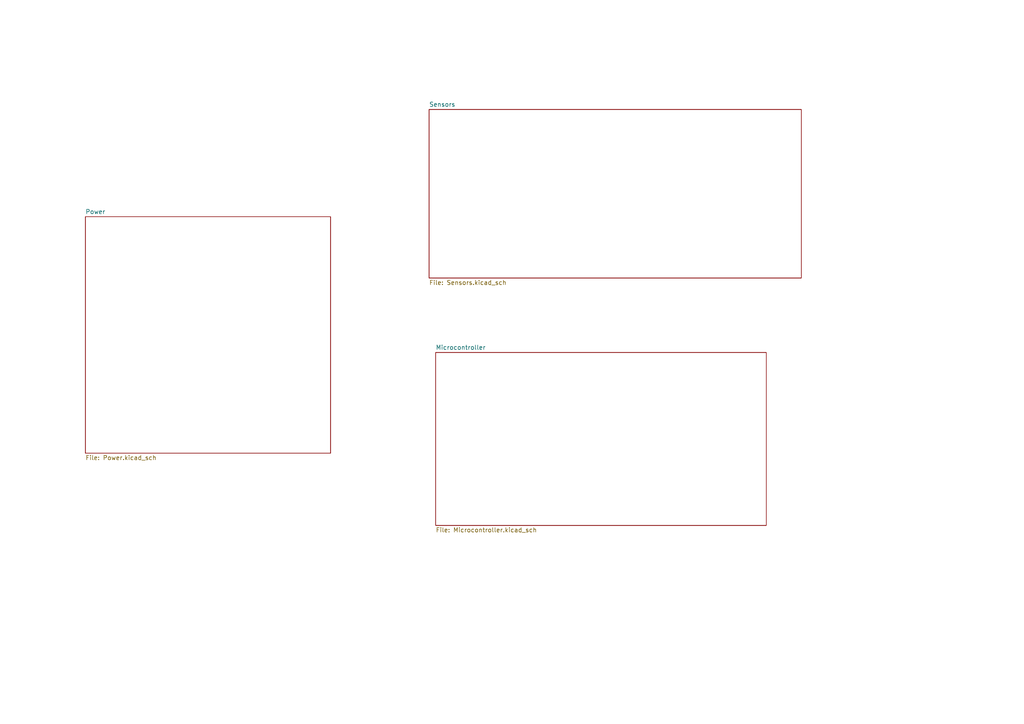
<source format=kicad_sch>
(kicad_sch
	(version 20231120)
	(generator "eeschema")
	(generator_version "8.0")
	(uuid "afe21291-0891-4f3f-8ac9-75a73c3559e3")
	(paper "A4")
	(lib_symbols)
	(sheet
		(at 24.765 62.865)
		(size 71.12 68.58)
		(fields_autoplaced yes)
		(stroke
			(width 0.1524)
			(type solid)
		)
		(fill
			(color 0 0 0 0.0000)
		)
		(uuid "9bca7dbf-dc88-45d1-836c-84faef404a06")
		(property "Sheetname" "Power"
			(at 24.765 62.1534 0)
			(effects
				(font
					(size 1.27 1.27)
				)
				(justify left bottom)
			)
		)
		(property "Sheetfile" "Power.kicad_sch"
			(at 24.765 132.0296 0)
			(effects
				(font
					(size 1.27 1.27)
				)
				(justify left top)
			)
		)
		(instances
			(project "Subsystem Circuits"
				(path "/afe21291-0891-4f3f-8ac9-75a73c3559e3"
					(page "2")
				)
			)
		)
	)
	(sheet
		(at 126.365 102.235)
		(size 95.885 50.165)
		(fields_autoplaced yes)
		(stroke
			(width 0.1524)
			(type solid)
		)
		(fill
			(color 0 0 0 0.0000)
		)
		(uuid "ac52e79b-a2c2-4369-8875-88d7b7108f3b")
		(property "Sheetname" "Microcontroller"
			(at 126.365 101.5234 0)
			(effects
				(font
					(size 1.27 1.27)
				)
				(justify left bottom)
			)
		)
		(property "Sheetfile" "Microcontroller.kicad_sch"
			(at 126.365 152.9846 0)
			(effects
				(font
					(size 1.27 1.27)
				)
				(justify left top)
			)
		)
		(instances
			(project "Subsystem Circuits"
				(path "/afe21291-0891-4f3f-8ac9-75a73c3559e3"
					(page "4")
				)
			)
		)
	)
	(sheet
		(at 124.46 31.75)
		(size 107.95 48.895)
		(fields_autoplaced yes)
		(stroke
			(width 0.1524)
			(type solid)
		)
		(fill
			(color 0 0 0 0.0000)
		)
		(uuid "ca68cbe3-6df1-48e8-9845-0d4ae4565706")
		(property "Sheetname" "Sensors"
			(at 124.46 31.0384 0)
			(effects
				(font
					(size 1.27 1.27)
				)
				(justify left bottom)
			)
		)
		(property "Sheetfile" "Sensors.kicad_sch"
			(at 124.46 81.2296 0)
			(effects
				(font
					(size 1.27 1.27)
				)
				(justify left top)
			)
		)
		(instances
			(project "Subsystem Circuits"
				(path "/afe21291-0891-4f3f-8ac9-75a73c3559e3"
					(page "3")
				)
			)
		)
	)
	(sheet_instances
		(path "/"
			(page "1")
		)
	)
)
</source>
